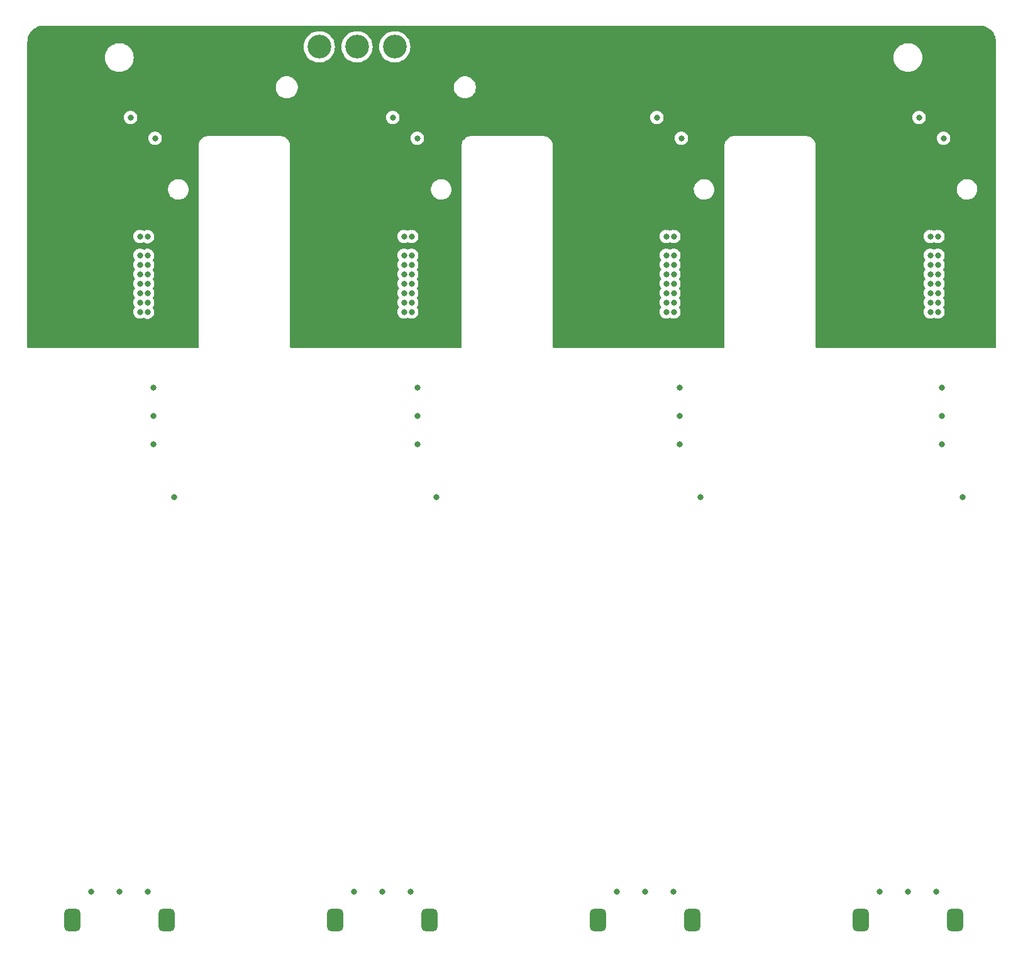
<source format=gbr>
%TF.GenerationSoftware,KiCad,Pcbnew,7.0.9*%
%TF.CreationDate,2024-03-30T19:36:49+01:00*%
%TF.ProjectId,8x-sata-backplane,38782d73-6174-4612-9d62-61636b706c61,rev?*%
%TF.SameCoordinates,Original*%
%TF.FileFunction,Copper,L3,Inr*%
%TF.FilePolarity,Positive*%
%FSLAX46Y46*%
G04 Gerber Fmt 4.6, Leading zero omitted, Abs format (unit mm)*
G04 Created by KiCad (PCBNEW 7.0.9) date 2024-03-30 19:36:49*
%MOMM*%
%LPD*%
G01*
G04 APERTURE LIST*
G04 Aperture macros list*
%AMRoundRect*
0 Rectangle with rounded corners*
0 $1 Rounding radius*
0 $2 $3 $4 $5 $6 $7 $8 $9 X,Y pos of 4 corners*
0 Add a 4 corners polygon primitive as box body*
4,1,4,$2,$3,$4,$5,$6,$7,$8,$9,$2,$3,0*
0 Add four circle primitives for the rounded corners*
1,1,$1+$1,$2,$3*
1,1,$1+$1,$4,$5*
1,1,$1+$1,$6,$7*
1,1,$1+$1,$8,$9*
0 Add four rect primitives between the rounded corners*
20,1,$1+$1,$2,$3,$4,$5,0*
20,1,$1+$1,$4,$5,$6,$7,0*
20,1,$1+$1,$6,$7,$8,$9,0*
20,1,$1+$1,$8,$9,$2,$3,0*%
G04 Aperture macros list end*
%TA.AperFunction,ComponentPad*%
%ADD10C,3.200000*%
%TD*%
%TA.AperFunction,ComponentPad*%
%ADD11RoundRect,0.550000X0.550000X0.950000X-0.550000X0.950000X-0.550000X-0.950000X0.550000X-0.950000X0*%
%TD*%
%TA.AperFunction,ViaPad*%
%ADD12C,0.800000*%
%TD*%
G04 APERTURE END LIST*
D10*
%TO.N,12V*%
%TO.C,J9*%
X79502000Y-26554000D03*
%TO.N,GND*%
X74422000Y-26554000D03*
X69342000Y-26554000D03*
%TO.N,5V*%
X64262000Y-26554000D03*
%TD*%
D11*
%TO.N,GND3*%
%TO.C,J6*%
X101768000Y-144038000D03*
X114508000Y-144038000D03*
%TD*%
%TO.N,GND2*%
%TO.C,J4*%
X66368000Y-144038000D03*
X79108000Y-144038000D03*
%TD*%
%TO.N,GND4*%
%TO.C,J8*%
X137168000Y-144058000D03*
X149908000Y-144058000D03*
%TD*%
%TO.N,GND1*%
%TO.C,J2*%
X30968000Y-144038000D03*
X43708000Y-144038000D03*
%TD*%
D12*
%TO.N,5V*%
X38862000Y-36068000D03*
X74168000Y-36068000D03*
X109728000Y-36068000D03*
X145034000Y-36068000D03*
%TO.N,GND*%
X148336000Y-38862000D03*
X113030000Y-38862000D03*
X77470000Y-38862000D03*
X42164000Y-38862000D03*
X40132000Y-54610000D03*
X110998000Y-62230000D03*
X76708000Y-52070000D03*
X75692000Y-52070000D03*
X147574000Y-59690000D03*
X112014000Y-52070000D03*
X40132000Y-60960000D03*
X110998000Y-59690000D03*
X110998000Y-60960000D03*
X76708000Y-60960000D03*
X76708000Y-59690000D03*
X40132000Y-59690000D03*
X146558000Y-52070000D03*
X112014000Y-62230000D03*
X76708000Y-62230000D03*
X75692000Y-59690000D03*
X110998000Y-54610000D03*
X112014000Y-59690000D03*
X147574000Y-52070000D03*
X146558000Y-54610000D03*
X40132000Y-62230000D03*
X41148000Y-60960000D03*
X41148000Y-52096000D03*
X112014000Y-60960000D03*
X147574000Y-60960000D03*
X146558000Y-60960000D03*
X76708000Y-54610000D03*
X146558000Y-62230000D03*
X147574000Y-54610000D03*
X41148000Y-59690000D03*
X75692000Y-62230000D03*
X146558000Y-59690000D03*
X147574000Y-62230000D03*
X75692000Y-54610000D03*
X75692000Y-60960000D03*
X40132000Y-52070000D03*
X110998000Y-52070000D03*
X41148000Y-54636000D03*
X41148000Y-62256000D03*
X112014000Y-54610000D03*
%TO.N,5V*%
X146558000Y-58420000D03*
X110998000Y-57150000D03*
X110998000Y-58420000D03*
X75692000Y-55880000D03*
X41148000Y-58420000D03*
X112014000Y-57150000D03*
X147574000Y-58420000D03*
X76708000Y-58420000D03*
X40132000Y-58420000D03*
X41148000Y-55880000D03*
X147574000Y-57150000D03*
X40132000Y-57150000D03*
X112014000Y-58420000D03*
X76708000Y-55880000D03*
X40132000Y-55880000D03*
X75692000Y-58420000D03*
X146558000Y-57150000D03*
X76708000Y-57150000D03*
X75692000Y-57150000D03*
X146558000Y-55880000D03*
X112014000Y-55880000D03*
X41148000Y-57176000D03*
X147574000Y-55880000D03*
X110998000Y-55880000D03*
%TO.N,12V*%
X147574000Y-48260000D03*
X41148000Y-49530000D03*
X75692000Y-50800000D03*
X147574000Y-50800000D03*
X112014000Y-49530000D03*
X110998000Y-50800000D03*
X40132000Y-49530000D03*
X147574000Y-49530000D03*
X110998000Y-48260000D03*
X110998000Y-49530000D03*
X75692000Y-48260000D03*
X41148000Y-50826000D03*
X76708000Y-48260000D03*
X76708000Y-50800000D03*
X75692000Y-49530000D03*
X146558000Y-50800000D03*
X112014000Y-50800000D03*
X112014000Y-48260000D03*
X40132000Y-48260000D03*
X76708000Y-49530000D03*
X146558000Y-48260000D03*
X146558000Y-49530000D03*
X41148000Y-48260000D03*
X40132000Y-50800000D03*
%TO.N,GND1*%
X37338000Y-140228000D03*
X33528000Y-140228000D03*
X44700500Y-87118500D03*
X41910000Y-72390000D03*
X41910000Y-76200000D03*
X41910000Y-80010000D03*
X41148000Y-140228000D03*
%TO.N,GND2*%
X72738000Y-140228000D03*
X76548000Y-140228000D03*
X77470000Y-72390000D03*
X68928000Y-140228000D03*
X77470000Y-80010000D03*
X80010000Y-87122000D03*
X77470000Y-76200000D03*
%TO.N,GND3*%
X112776000Y-76200000D03*
X104328000Y-140228000D03*
X112776000Y-72390000D03*
X108138000Y-140228000D03*
X111948000Y-140228000D03*
X112776000Y-80010000D03*
X115570000Y-87122000D03*
%TO.N,GND4*%
X148082000Y-80010000D03*
X150876000Y-87122000D03*
X148082000Y-72390000D03*
X143538000Y-140228000D03*
X139728000Y-140228000D03*
X147348000Y-140228000D03*
X148082000Y-76200000D03*
%TD*%
%TA.AperFunction,Conductor*%
%TO.N,12V*%
G36*
X153240788Y-23700613D02*
G01*
X153279656Y-23702964D01*
X153463384Y-23714077D01*
X153470816Y-23714981D01*
X153479307Y-23716537D01*
X153724704Y-23761506D01*
X153731953Y-23763294D01*
X153978382Y-23840084D01*
X153985375Y-23842737D01*
X154220747Y-23948668D01*
X154227374Y-23952145D01*
X154448262Y-24085675D01*
X154454419Y-24089925D01*
X154657593Y-24249101D01*
X154663202Y-24254070D01*
X154845711Y-24436576D01*
X154850680Y-24442185D01*
X155009855Y-24645354D01*
X155014112Y-24651521D01*
X155147638Y-24872396D01*
X155151120Y-24879031D01*
X155257049Y-25114388D01*
X155259706Y-25121395D01*
X155336495Y-25367806D01*
X155338288Y-25375082D01*
X155384816Y-25628957D01*
X155385719Y-25636396D01*
X155401387Y-25895359D01*
X155401500Y-25899104D01*
X155401500Y-66932000D01*
X155381815Y-66999039D01*
X155329011Y-67044794D01*
X155277500Y-67056000D01*
X131224500Y-67056000D01*
X131157461Y-67036315D01*
X131111706Y-66983511D01*
X131100500Y-66932000D01*
X131100500Y-62230000D01*
X145652540Y-62230000D01*
X145672326Y-62418256D01*
X145672327Y-62418259D01*
X145730818Y-62598277D01*
X145730821Y-62598284D01*
X145825467Y-62762216D01*
X145848876Y-62788214D01*
X145952129Y-62902888D01*
X146105265Y-63014148D01*
X146105270Y-63014151D01*
X146278192Y-63091142D01*
X146278197Y-63091144D01*
X146463354Y-63130500D01*
X146463355Y-63130500D01*
X146652644Y-63130500D01*
X146652646Y-63130500D01*
X146837803Y-63091144D01*
X147010730Y-63014151D01*
X147010734Y-63014148D01*
X147015563Y-63011998D01*
X147084813Y-63002712D01*
X147116437Y-63011998D01*
X147121265Y-63014148D01*
X147121270Y-63014151D01*
X147294197Y-63091144D01*
X147479354Y-63130500D01*
X147479355Y-63130500D01*
X147668644Y-63130500D01*
X147668646Y-63130500D01*
X147853803Y-63091144D01*
X148026730Y-63014151D01*
X148179871Y-62902888D01*
X148306533Y-62762216D01*
X148401179Y-62598284D01*
X148459674Y-62418256D01*
X148479460Y-62230000D01*
X148459674Y-62041744D01*
X148401179Y-61861716D01*
X148306533Y-61697784D01*
X148288693Y-61677971D01*
X148258464Y-61614981D01*
X148267089Y-61545646D01*
X148288694Y-61512028D01*
X148306533Y-61492216D01*
X148401179Y-61328284D01*
X148459674Y-61148256D01*
X148479460Y-60960000D01*
X148459674Y-60771744D01*
X148401179Y-60591716D01*
X148306533Y-60427784D01*
X148288693Y-60407971D01*
X148258464Y-60344981D01*
X148267089Y-60275646D01*
X148288694Y-60242028D01*
X148306533Y-60222216D01*
X148401179Y-60058284D01*
X148459674Y-59878256D01*
X148479460Y-59690000D01*
X148459674Y-59501744D01*
X148401179Y-59321716D01*
X148306533Y-59157784D01*
X148288693Y-59137971D01*
X148258464Y-59074981D01*
X148267089Y-59005646D01*
X148288694Y-58972028D01*
X148306533Y-58952216D01*
X148401179Y-58788284D01*
X148459674Y-58608256D01*
X148479460Y-58420000D01*
X148459674Y-58231744D01*
X148401179Y-58051716D01*
X148306533Y-57887784D01*
X148288693Y-57867971D01*
X148258464Y-57804981D01*
X148267089Y-57735646D01*
X148288694Y-57702028D01*
X148306533Y-57682216D01*
X148401179Y-57518284D01*
X148459674Y-57338256D01*
X148479460Y-57150000D01*
X148459674Y-56961744D01*
X148401179Y-56781716D01*
X148306533Y-56617784D01*
X148288693Y-56597971D01*
X148258464Y-56534981D01*
X148267089Y-56465646D01*
X148288694Y-56432028D01*
X148306533Y-56412216D01*
X148401179Y-56248284D01*
X148459674Y-56068256D01*
X148479460Y-55880000D01*
X148459674Y-55691744D01*
X148401179Y-55511716D01*
X148306533Y-55347784D01*
X148288693Y-55327971D01*
X148258464Y-55264981D01*
X148267089Y-55195646D01*
X148288694Y-55162028D01*
X148306533Y-55142216D01*
X148401179Y-54978284D01*
X148459674Y-54798256D01*
X148479460Y-54610000D01*
X148459674Y-54421744D01*
X148401179Y-54241716D01*
X148306533Y-54077784D01*
X148179871Y-53937112D01*
X148179870Y-53937111D01*
X148026734Y-53825851D01*
X148026729Y-53825848D01*
X147853807Y-53748857D01*
X147853802Y-53748855D01*
X147708001Y-53717865D01*
X147668646Y-53709500D01*
X147479354Y-53709500D01*
X147446897Y-53716398D01*
X147294197Y-53748855D01*
X147294192Y-53748857D01*
X147116436Y-53828001D01*
X147047186Y-53837286D01*
X147015564Y-53828001D01*
X146837807Y-53748857D01*
X146837802Y-53748855D01*
X146692001Y-53717865D01*
X146652646Y-53709500D01*
X146463354Y-53709500D01*
X146430897Y-53716398D01*
X146278197Y-53748855D01*
X146278192Y-53748857D01*
X146105270Y-53825848D01*
X146105265Y-53825851D01*
X145952129Y-53937111D01*
X145825466Y-54077785D01*
X145730821Y-54241715D01*
X145730818Y-54241722D01*
X145672327Y-54421740D01*
X145672326Y-54421744D01*
X145652540Y-54610000D01*
X145672326Y-54798256D01*
X145672327Y-54798259D01*
X145730818Y-54978277D01*
X145730821Y-54978284D01*
X145825467Y-55142216D01*
X145835806Y-55153699D01*
X145843307Y-55162030D01*
X145873535Y-55225022D01*
X145864909Y-55294357D01*
X145843307Y-55327970D01*
X145825466Y-55347785D01*
X145730821Y-55511715D01*
X145730818Y-55511722D01*
X145672327Y-55691740D01*
X145672326Y-55691744D01*
X145652540Y-55880000D01*
X145672326Y-56068256D01*
X145672327Y-56068259D01*
X145730818Y-56248277D01*
X145730821Y-56248284D01*
X145825467Y-56412216D01*
X145835806Y-56423699D01*
X145843307Y-56432030D01*
X145873535Y-56495022D01*
X145864909Y-56564357D01*
X145843307Y-56597970D01*
X145825466Y-56617785D01*
X145730821Y-56781715D01*
X145730818Y-56781722D01*
X145672327Y-56961740D01*
X145672326Y-56961744D01*
X145652540Y-57150000D01*
X145672326Y-57338256D01*
X145672327Y-57338259D01*
X145730818Y-57518277D01*
X145730821Y-57518284D01*
X145825467Y-57682216D01*
X145835806Y-57693699D01*
X145843307Y-57702030D01*
X145873535Y-57765022D01*
X145864909Y-57834357D01*
X145843307Y-57867970D01*
X145825466Y-57887785D01*
X145730821Y-58051715D01*
X145730818Y-58051722D01*
X145672327Y-58231740D01*
X145672326Y-58231744D01*
X145652540Y-58420000D01*
X145672326Y-58608256D01*
X145672327Y-58608259D01*
X145730818Y-58788277D01*
X145730821Y-58788284D01*
X145825467Y-58952216D01*
X145835806Y-58963699D01*
X145843307Y-58972030D01*
X145873535Y-59035022D01*
X145864909Y-59104357D01*
X145843307Y-59137970D01*
X145825466Y-59157785D01*
X145730821Y-59321715D01*
X145730818Y-59321722D01*
X145672327Y-59501740D01*
X145672326Y-59501744D01*
X145652540Y-59690000D01*
X145672326Y-59878256D01*
X145672327Y-59878259D01*
X145730818Y-60058277D01*
X145730821Y-60058284D01*
X145825467Y-60222216D01*
X145835806Y-60233699D01*
X145843307Y-60242030D01*
X145873535Y-60305022D01*
X145864909Y-60374357D01*
X145843307Y-60407970D01*
X145825466Y-60427785D01*
X145730821Y-60591715D01*
X145730818Y-60591722D01*
X145672327Y-60771740D01*
X145672326Y-60771744D01*
X145652540Y-60960000D01*
X145672326Y-61148256D01*
X145672327Y-61148259D01*
X145730818Y-61328277D01*
X145730821Y-61328284D01*
X145825467Y-61492216D01*
X145835806Y-61503699D01*
X145843307Y-61512030D01*
X145873535Y-61575022D01*
X145864909Y-61644357D01*
X145843307Y-61677970D01*
X145825466Y-61697785D01*
X145730821Y-61861715D01*
X145730818Y-61861722D01*
X145672327Y-62041740D01*
X145672326Y-62041744D01*
X145652540Y-62230000D01*
X131100500Y-62230000D01*
X131100500Y-52070000D01*
X145652540Y-52070000D01*
X145672326Y-52258256D01*
X145672327Y-52258259D01*
X145730818Y-52438277D01*
X145730821Y-52438284D01*
X145825467Y-52602216D01*
X145848876Y-52628214D01*
X145952129Y-52742888D01*
X146105265Y-52854148D01*
X146105270Y-52854151D01*
X146278192Y-52931142D01*
X146278197Y-52931144D01*
X146463354Y-52970500D01*
X146463355Y-52970500D01*
X146652644Y-52970500D01*
X146652646Y-52970500D01*
X146837803Y-52931144D01*
X147010730Y-52854151D01*
X147010734Y-52854148D01*
X147015563Y-52851998D01*
X147084813Y-52842712D01*
X147116437Y-52851998D01*
X147121265Y-52854148D01*
X147121270Y-52854151D01*
X147294197Y-52931144D01*
X147479354Y-52970500D01*
X147479355Y-52970500D01*
X147668644Y-52970500D01*
X147668646Y-52970500D01*
X147853803Y-52931144D01*
X148026730Y-52854151D01*
X148179871Y-52742888D01*
X148306533Y-52602216D01*
X148401179Y-52438284D01*
X148459674Y-52258256D01*
X148479460Y-52070000D01*
X148459674Y-51881744D01*
X148401179Y-51701716D01*
X148306533Y-51537784D01*
X148179871Y-51397112D01*
X148179870Y-51397111D01*
X148026734Y-51285851D01*
X148026729Y-51285848D01*
X147853807Y-51208857D01*
X147853802Y-51208855D01*
X147708001Y-51177865D01*
X147668646Y-51169500D01*
X147479354Y-51169500D01*
X147446897Y-51176398D01*
X147294197Y-51208855D01*
X147294192Y-51208857D01*
X147116436Y-51288001D01*
X147047186Y-51297286D01*
X147015564Y-51288001D01*
X146837807Y-51208857D01*
X146837802Y-51208855D01*
X146692001Y-51177865D01*
X146652646Y-51169500D01*
X146463354Y-51169500D01*
X146430897Y-51176398D01*
X146278197Y-51208855D01*
X146278192Y-51208857D01*
X146105270Y-51285848D01*
X146105265Y-51285851D01*
X145952129Y-51397111D01*
X145825466Y-51537785D01*
X145730821Y-51701715D01*
X145730818Y-51701722D01*
X145672327Y-51881740D01*
X145672326Y-51881744D01*
X145652540Y-52070000D01*
X131100500Y-52070000D01*
X131100500Y-45676198D01*
X150098757Y-45676198D01*
X150108730Y-45910976D01*
X150108730Y-45910982D01*
X150133711Y-46026890D01*
X150158240Y-46140703D01*
X150245859Y-46358753D01*
X150309077Y-46461425D01*
X150369070Y-46558860D01*
X150524325Y-46735264D01*
X150524329Y-46735268D01*
X150707153Y-46882888D01*
X150707157Y-46882891D01*
X150707160Y-46882893D01*
X150912315Y-46997499D01*
X151133887Y-47075785D01*
X151263131Y-47097946D01*
X151365493Y-47115499D01*
X151365502Y-47115500D01*
X151541645Y-47115500D01*
X151717144Y-47100563D01*
X151717147Y-47100562D01*
X151717149Y-47100562D01*
X151944562Y-47041348D01*
X152075386Y-46982211D01*
X152158691Y-46944556D01*
X152158692Y-46944554D01*
X152158697Y-46944553D01*
X152353393Y-46812962D01*
X152523050Y-46650359D01*
X152662786Y-46461423D01*
X152768582Y-46251589D01*
X152837394Y-46026894D01*
X152867243Y-45793802D01*
X152857269Y-45559018D01*
X152807760Y-45329297D01*
X152720141Y-45111247D01*
X152596931Y-44911141D01*
X152441675Y-44734736D01*
X152441674Y-44734735D01*
X152441670Y-44734731D01*
X152258846Y-44587111D01*
X152258840Y-44587107D01*
X152053684Y-44472500D01*
X151832120Y-44394217D01*
X151832115Y-44394215D01*
X151832113Y-44394215D01*
X151832109Y-44394214D01*
X151832108Y-44394214D01*
X151600506Y-44354500D01*
X151600498Y-44354500D01*
X151424360Y-44354500D01*
X151424355Y-44354500D01*
X151248855Y-44369436D01*
X151021438Y-44428651D01*
X150807308Y-44525443D01*
X150807300Y-44525448D01*
X150612616Y-44657030D01*
X150612607Y-44657038D01*
X150442949Y-44819642D01*
X150303216Y-45008574D01*
X150303213Y-45008578D01*
X150197418Y-45218409D01*
X150128605Y-45443109D01*
X150098757Y-45676198D01*
X131100500Y-45676198D01*
X131100500Y-39759648D01*
X131068477Y-39557465D01*
X131005218Y-39362776D01*
X130937709Y-39230284D01*
X130912287Y-39180390D01*
X130899289Y-39162500D01*
X130791971Y-39014786D01*
X130647213Y-38870028D01*
X130636163Y-38862000D01*
X147430540Y-38862000D01*
X147450326Y-39050256D01*
X147450327Y-39050259D01*
X147508818Y-39230277D01*
X147508821Y-39230284D01*
X147603467Y-39394216D01*
X147674746Y-39473379D01*
X147730129Y-39534888D01*
X147883265Y-39646148D01*
X147883270Y-39646151D01*
X148056192Y-39723142D01*
X148056197Y-39723144D01*
X148241354Y-39762500D01*
X148241355Y-39762500D01*
X148430644Y-39762500D01*
X148430646Y-39762500D01*
X148615803Y-39723144D01*
X148788730Y-39646151D01*
X148941871Y-39534888D01*
X149068533Y-39394216D01*
X149163179Y-39230284D01*
X149221674Y-39050256D01*
X149241460Y-38862000D01*
X149221674Y-38673744D01*
X149163179Y-38493716D01*
X149068533Y-38329784D01*
X148941871Y-38189112D01*
X148941870Y-38189111D01*
X148788734Y-38077851D01*
X148788729Y-38077848D01*
X148615807Y-38000857D01*
X148615802Y-38000855D01*
X148470001Y-37969865D01*
X148430646Y-37961500D01*
X148241354Y-37961500D01*
X148208897Y-37968398D01*
X148056197Y-38000855D01*
X148056192Y-38000857D01*
X147883270Y-38077848D01*
X147883265Y-38077851D01*
X147730129Y-38189111D01*
X147603466Y-38329785D01*
X147508821Y-38493715D01*
X147508818Y-38493722D01*
X147450327Y-38673740D01*
X147450326Y-38673744D01*
X147430540Y-38862000D01*
X130636163Y-38862000D01*
X130481613Y-38749715D01*
X130481612Y-38749714D01*
X130481610Y-38749713D01*
X130424653Y-38720691D01*
X130299223Y-38656781D01*
X130104534Y-38593522D01*
X129929995Y-38565878D01*
X129902352Y-38561500D01*
X129856173Y-38561500D01*
X120181595Y-38561500D01*
X120134000Y-38561500D01*
X120031648Y-38561500D01*
X120007329Y-38565351D01*
X119829465Y-38593522D01*
X119634776Y-38656781D01*
X119452386Y-38749715D01*
X119286786Y-38870028D01*
X119142028Y-39014786D01*
X119021715Y-39180386D01*
X118928781Y-39362776D01*
X118865522Y-39557465D01*
X118833500Y-39759648D01*
X118833500Y-66932000D01*
X118813815Y-66999039D01*
X118761011Y-67044794D01*
X118709500Y-67056000D01*
X95824500Y-67056000D01*
X95757461Y-67036315D01*
X95711706Y-66983511D01*
X95700500Y-66932000D01*
X95700500Y-62230000D01*
X110092540Y-62230000D01*
X110112326Y-62418256D01*
X110112327Y-62418259D01*
X110170818Y-62598277D01*
X110170821Y-62598284D01*
X110265467Y-62762216D01*
X110288876Y-62788214D01*
X110392129Y-62902888D01*
X110545265Y-63014148D01*
X110545270Y-63014151D01*
X110718192Y-63091142D01*
X110718197Y-63091144D01*
X110903354Y-63130500D01*
X110903355Y-63130500D01*
X111092644Y-63130500D01*
X111092646Y-63130500D01*
X111277803Y-63091144D01*
X111450730Y-63014151D01*
X111450734Y-63014148D01*
X111455563Y-63011998D01*
X111524813Y-63002712D01*
X111556437Y-63011998D01*
X111561265Y-63014148D01*
X111561270Y-63014151D01*
X111734197Y-63091144D01*
X111919354Y-63130500D01*
X111919355Y-63130500D01*
X112108644Y-63130500D01*
X112108646Y-63130500D01*
X112293803Y-63091144D01*
X112466730Y-63014151D01*
X112619871Y-62902888D01*
X112746533Y-62762216D01*
X112841179Y-62598284D01*
X112899674Y-62418256D01*
X112919460Y-62230000D01*
X112899674Y-62041744D01*
X112841179Y-61861716D01*
X112746533Y-61697784D01*
X112728693Y-61677971D01*
X112698464Y-61614981D01*
X112707089Y-61545646D01*
X112728694Y-61512028D01*
X112746533Y-61492216D01*
X112841179Y-61328284D01*
X112899674Y-61148256D01*
X112919460Y-60960000D01*
X112899674Y-60771744D01*
X112841179Y-60591716D01*
X112746533Y-60427784D01*
X112728693Y-60407971D01*
X112698464Y-60344981D01*
X112707089Y-60275646D01*
X112728694Y-60242028D01*
X112746533Y-60222216D01*
X112841179Y-60058284D01*
X112899674Y-59878256D01*
X112919460Y-59690000D01*
X112899674Y-59501744D01*
X112841179Y-59321716D01*
X112746533Y-59157784D01*
X112728693Y-59137971D01*
X112698464Y-59074981D01*
X112707089Y-59005646D01*
X112728694Y-58972028D01*
X112746533Y-58952216D01*
X112841179Y-58788284D01*
X112899674Y-58608256D01*
X112919460Y-58420000D01*
X112899674Y-58231744D01*
X112841179Y-58051716D01*
X112746533Y-57887784D01*
X112728693Y-57867971D01*
X112698464Y-57804981D01*
X112707089Y-57735646D01*
X112728694Y-57702028D01*
X112746533Y-57682216D01*
X112841179Y-57518284D01*
X112899674Y-57338256D01*
X112919460Y-57150000D01*
X112899674Y-56961744D01*
X112841179Y-56781716D01*
X112746533Y-56617784D01*
X112728693Y-56597971D01*
X112698464Y-56534981D01*
X112707089Y-56465646D01*
X112728694Y-56432028D01*
X112746533Y-56412216D01*
X112841179Y-56248284D01*
X112899674Y-56068256D01*
X112919460Y-55880000D01*
X112899674Y-55691744D01*
X112841179Y-55511716D01*
X112746533Y-55347784D01*
X112728693Y-55327971D01*
X112698464Y-55264981D01*
X112707089Y-55195646D01*
X112728694Y-55162028D01*
X112746533Y-55142216D01*
X112841179Y-54978284D01*
X112899674Y-54798256D01*
X112919460Y-54610000D01*
X112899674Y-54421744D01*
X112841179Y-54241716D01*
X112746533Y-54077784D01*
X112619871Y-53937112D01*
X112619870Y-53937111D01*
X112466734Y-53825851D01*
X112466729Y-53825848D01*
X112293807Y-53748857D01*
X112293802Y-53748855D01*
X112148001Y-53717865D01*
X112108646Y-53709500D01*
X111919354Y-53709500D01*
X111886897Y-53716398D01*
X111734197Y-53748855D01*
X111734192Y-53748857D01*
X111556436Y-53828001D01*
X111487186Y-53837286D01*
X111455564Y-53828001D01*
X111277807Y-53748857D01*
X111277802Y-53748855D01*
X111132001Y-53717865D01*
X111092646Y-53709500D01*
X110903354Y-53709500D01*
X110870897Y-53716398D01*
X110718197Y-53748855D01*
X110718192Y-53748857D01*
X110545270Y-53825848D01*
X110545265Y-53825851D01*
X110392129Y-53937111D01*
X110265466Y-54077785D01*
X110170821Y-54241715D01*
X110170818Y-54241722D01*
X110112327Y-54421740D01*
X110112326Y-54421744D01*
X110092540Y-54610000D01*
X110112326Y-54798256D01*
X110112327Y-54798259D01*
X110170818Y-54978277D01*
X110170821Y-54978284D01*
X110265467Y-55142216D01*
X110275806Y-55153699D01*
X110283307Y-55162030D01*
X110313535Y-55225022D01*
X110304909Y-55294357D01*
X110283307Y-55327970D01*
X110265466Y-55347785D01*
X110170821Y-55511715D01*
X110170818Y-55511722D01*
X110112327Y-55691740D01*
X110112326Y-55691744D01*
X110092540Y-55880000D01*
X110112326Y-56068256D01*
X110112327Y-56068259D01*
X110170818Y-56248277D01*
X110170821Y-56248284D01*
X110265467Y-56412216D01*
X110275806Y-56423699D01*
X110283307Y-56432030D01*
X110313535Y-56495022D01*
X110304909Y-56564357D01*
X110283307Y-56597970D01*
X110265466Y-56617785D01*
X110170821Y-56781715D01*
X110170818Y-56781722D01*
X110112327Y-56961740D01*
X110112326Y-56961744D01*
X110092540Y-57150000D01*
X110112326Y-57338256D01*
X110112327Y-57338259D01*
X110170818Y-57518277D01*
X110170821Y-57518284D01*
X110265467Y-57682216D01*
X110275806Y-57693699D01*
X110283307Y-57702030D01*
X110313535Y-57765022D01*
X110304909Y-57834357D01*
X110283307Y-57867970D01*
X110265466Y-57887785D01*
X110170821Y-58051715D01*
X110170818Y-58051722D01*
X110112327Y-58231740D01*
X110112326Y-58231744D01*
X110092540Y-58420000D01*
X110112326Y-58608256D01*
X110112327Y-58608259D01*
X110170818Y-58788277D01*
X110170821Y-58788284D01*
X110265467Y-58952216D01*
X110275806Y-58963699D01*
X110283307Y-58972030D01*
X110313535Y-59035022D01*
X110304909Y-59104357D01*
X110283307Y-59137970D01*
X110265466Y-59157785D01*
X110170821Y-59321715D01*
X110170818Y-59321722D01*
X110112327Y-59501740D01*
X110112326Y-59501744D01*
X110092540Y-59690000D01*
X110112326Y-59878256D01*
X110112327Y-59878259D01*
X110170818Y-60058277D01*
X110170821Y-60058284D01*
X110265467Y-60222216D01*
X110275806Y-60233699D01*
X110283307Y-60242030D01*
X110313535Y-60305022D01*
X110304909Y-60374357D01*
X110283307Y-60407970D01*
X110265466Y-60427785D01*
X110170821Y-60591715D01*
X110170818Y-60591722D01*
X110112327Y-60771740D01*
X110112326Y-60771744D01*
X110092540Y-60960000D01*
X110112326Y-61148256D01*
X110112327Y-61148259D01*
X110170818Y-61328277D01*
X110170821Y-61328284D01*
X110265467Y-61492216D01*
X110275806Y-61503699D01*
X110283307Y-61512030D01*
X110313535Y-61575022D01*
X110304909Y-61644357D01*
X110283307Y-61677970D01*
X110265466Y-61697785D01*
X110170821Y-61861715D01*
X110170818Y-61861722D01*
X110112327Y-62041740D01*
X110112326Y-62041744D01*
X110092540Y-62230000D01*
X95700500Y-62230000D01*
X95700500Y-52070000D01*
X110092540Y-52070000D01*
X110112326Y-52258256D01*
X110112327Y-52258259D01*
X110170818Y-52438277D01*
X110170821Y-52438284D01*
X110265467Y-52602216D01*
X110288876Y-52628214D01*
X110392129Y-52742888D01*
X110545265Y-52854148D01*
X110545270Y-52854151D01*
X110718192Y-52931142D01*
X110718197Y-52931144D01*
X110903354Y-52970500D01*
X110903355Y-52970500D01*
X111092644Y-52970500D01*
X111092646Y-52970500D01*
X111277803Y-52931144D01*
X111450730Y-52854151D01*
X111450734Y-52854148D01*
X111455563Y-52851998D01*
X111524813Y-52842712D01*
X111556437Y-52851998D01*
X111561265Y-52854148D01*
X111561270Y-52854151D01*
X111734197Y-52931144D01*
X111919354Y-52970500D01*
X111919355Y-52970500D01*
X112108644Y-52970500D01*
X112108646Y-52970500D01*
X112293803Y-52931144D01*
X112466730Y-52854151D01*
X112619871Y-52742888D01*
X112746533Y-52602216D01*
X112841179Y-52438284D01*
X112899674Y-52258256D01*
X112919460Y-52070000D01*
X112899674Y-51881744D01*
X112841179Y-51701716D01*
X112746533Y-51537784D01*
X112619871Y-51397112D01*
X112619870Y-51397111D01*
X112466734Y-51285851D01*
X112466729Y-51285848D01*
X112293807Y-51208857D01*
X112293802Y-51208855D01*
X112148001Y-51177865D01*
X112108646Y-51169500D01*
X111919354Y-51169500D01*
X111886897Y-51176398D01*
X111734197Y-51208855D01*
X111734192Y-51208857D01*
X111556436Y-51288001D01*
X111487186Y-51297286D01*
X111455564Y-51288001D01*
X111277807Y-51208857D01*
X111277802Y-51208855D01*
X111132001Y-51177865D01*
X111092646Y-51169500D01*
X110903354Y-51169500D01*
X110870897Y-51176398D01*
X110718197Y-51208855D01*
X110718192Y-51208857D01*
X110545270Y-51285848D01*
X110545265Y-51285851D01*
X110392129Y-51397111D01*
X110265466Y-51537785D01*
X110170821Y-51701715D01*
X110170818Y-51701722D01*
X110112327Y-51881740D01*
X110112326Y-51881744D01*
X110092540Y-52070000D01*
X95700500Y-52070000D01*
X95700500Y-45676198D01*
X114698757Y-45676198D01*
X114708730Y-45910976D01*
X114708730Y-45910982D01*
X114733711Y-46026890D01*
X114758240Y-46140703D01*
X114845859Y-46358753D01*
X114909077Y-46461425D01*
X114969070Y-46558860D01*
X115124325Y-46735264D01*
X115124329Y-46735268D01*
X115307153Y-46882888D01*
X115307157Y-46882891D01*
X115307160Y-46882893D01*
X115512315Y-46997499D01*
X115733887Y-47075785D01*
X115863131Y-47097946D01*
X115965493Y-47115499D01*
X115965502Y-47115500D01*
X116141645Y-47115500D01*
X116317144Y-47100563D01*
X116317147Y-47100562D01*
X116317149Y-47100562D01*
X116544562Y-47041348D01*
X116675386Y-46982211D01*
X116758691Y-46944556D01*
X116758692Y-46944554D01*
X116758697Y-46944553D01*
X116953393Y-46812962D01*
X117123050Y-46650359D01*
X117262786Y-46461423D01*
X117368582Y-46251589D01*
X117437394Y-46026894D01*
X117467243Y-45793802D01*
X117457269Y-45559018D01*
X117407760Y-45329297D01*
X117320141Y-45111247D01*
X117196931Y-44911141D01*
X117041675Y-44734736D01*
X117041674Y-44734735D01*
X117041670Y-44734731D01*
X116858846Y-44587111D01*
X116858840Y-44587107D01*
X116653684Y-44472500D01*
X116432120Y-44394217D01*
X116432115Y-44394215D01*
X116432113Y-44394215D01*
X116432109Y-44394214D01*
X116432108Y-44394214D01*
X116200506Y-44354500D01*
X116200498Y-44354500D01*
X116024360Y-44354500D01*
X116024355Y-44354500D01*
X115848855Y-44369436D01*
X115621438Y-44428651D01*
X115407308Y-44525443D01*
X115407300Y-44525448D01*
X115212616Y-44657030D01*
X115212607Y-44657038D01*
X115042949Y-44819642D01*
X114903216Y-45008574D01*
X114903213Y-45008578D01*
X114797418Y-45218409D01*
X114728605Y-45443109D01*
X114698757Y-45676198D01*
X95700500Y-45676198D01*
X95700500Y-39759648D01*
X95668477Y-39557465D01*
X95605218Y-39362776D01*
X95537709Y-39230284D01*
X95512287Y-39180390D01*
X95499289Y-39162500D01*
X95391971Y-39014786D01*
X95247213Y-38870028D01*
X95236163Y-38862000D01*
X112124540Y-38862000D01*
X112144326Y-39050256D01*
X112144327Y-39050259D01*
X112202818Y-39230277D01*
X112202821Y-39230284D01*
X112297467Y-39394216D01*
X112368746Y-39473379D01*
X112424129Y-39534888D01*
X112577265Y-39646148D01*
X112577270Y-39646151D01*
X112750192Y-39723142D01*
X112750197Y-39723144D01*
X112935354Y-39762500D01*
X112935355Y-39762500D01*
X113124644Y-39762500D01*
X113124646Y-39762500D01*
X113309803Y-39723144D01*
X113482730Y-39646151D01*
X113635871Y-39534888D01*
X113762533Y-39394216D01*
X113857179Y-39230284D01*
X113915674Y-39050256D01*
X113935460Y-38862000D01*
X113915674Y-38673744D01*
X113857179Y-38493716D01*
X113762533Y-38329784D01*
X113635871Y-38189112D01*
X113635870Y-38189111D01*
X113482734Y-38077851D01*
X113482729Y-38077848D01*
X113309807Y-38000857D01*
X113309802Y-38000855D01*
X113164001Y-37969865D01*
X113124646Y-37961500D01*
X112935354Y-37961500D01*
X112902897Y-37968398D01*
X112750197Y-38000855D01*
X112750192Y-38000857D01*
X112577270Y-38077848D01*
X112577265Y-38077851D01*
X112424129Y-38189111D01*
X112297466Y-38329785D01*
X112202821Y-38493715D01*
X112202818Y-38493722D01*
X112144327Y-38673740D01*
X112144326Y-38673744D01*
X112124540Y-38862000D01*
X95236163Y-38862000D01*
X95081613Y-38749715D01*
X95081612Y-38749714D01*
X95081610Y-38749713D01*
X95024653Y-38720691D01*
X94899223Y-38656781D01*
X94704534Y-38593522D01*
X94529995Y-38565878D01*
X94502352Y-38561500D01*
X94456173Y-38561500D01*
X84781595Y-38561500D01*
X84734000Y-38561500D01*
X84631648Y-38561500D01*
X84607329Y-38565351D01*
X84429465Y-38593522D01*
X84234776Y-38656781D01*
X84052386Y-38749715D01*
X83886786Y-38870028D01*
X83742028Y-39014786D01*
X83621715Y-39180386D01*
X83528781Y-39362776D01*
X83465522Y-39557465D01*
X83433500Y-39759648D01*
X83433500Y-66932000D01*
X83413815Y-66999039D01*
X83361011Y-67044794D01*
X83309500Y-67056000D01*
X60424500Y-67056000D01*
X60357461Y-67036315D01*
X60311706Y-66983511D01*
X60300500Y-66932000D01*
X60300500Y-62230000D01*
X74786540Y-62230000D01*
X74806326Y-62418256D01*
X74806327Y-62418259D01*
X74864818Y-62598277D01*
X74864821Y-62598284D01*
X74959467Y-62762216D01*
X74982876Y-62788214D01*
X75086129Y-62902888D01*
X75239265Y-63014148D01*
X75239270Y-63014151D01*
X75412192Y-63091142D01*
X75412197Y-63091144D01*
X75597354Y-63130500D01*
X75597355Y-63130500D01*
X75786644Y-63130500D01*
X75786646Y-63130500D01*
X75971803Y-63091144D01*
X76144730Y-63014151D01*
X76144734Y-63014148D01*
X76149563Y-63011998D01*
X76218813Y-63002712D01*
X76250437Y-63011998D01*
X76255265Y-63014148D01*
X76255270Y-63014151D01*
X76428197Y-63091144D01*
X76613354Y-63130500D01*
X76613355Y-63130500D01*
X76802644Y-63130500D01*
X76802646Y-63130500D01*
X76987803Y-63091144D01*
X77160730Y-63014151D01*
X77313871Y-62902888D01*
X77440533Y-62762216D01*
X77535179Y-62598284D01*
X77593674Y-62418256D01*
X77613460Y-62230000D01*
X77593674Y-62041744D01*
X77535179Y-61861716D01*
X77440533Y-61697784D01*
X77422693Y-61677971D01*
X77392464Y-61614981D01*
X77401089Y-61545646D01*
X77422694Y-61512028D01*
X77440533Y-61492216D01*
X77535179Y-61328284D01*
X77593674Y-61148256D01*
X77613460Y-60960000D01*
X77593674Y-60771744D01*
X77535179Y-60591716D01*
X77440533Y-60427784D01*
X77422693Y-60407971D01*
X77392464Y-60344981D01*
X77401089Y-60275646D01*
X77422694Y-60242028D01*
X77440533Y-60222216D01*
X77535179Y-60058284D01*
X77593674Y-59878256D01*
X77613460Y-59690000D01*
X77593674Y-59501744D01*
X77535179Y-59321716D01*
X77440533Y-59157784D01*
X77422693Y-59137971D01*
X77392464Y-59074981D01*
X77401089Y-59005646D01*
X77422694Y-58972028D01*
X77440533Y-58952216D01*
X77535179Y-58788284D01*
X77593674Y-58608256D01*
X77613460Y-58420000D01*
X77593674Y-58231744D01*
X77535179Y-58051716D01*
X77440533Y-57887784D01*
X77422693Y-57867971D01*
X77392464Y-57804981D01*
X77401089Y-57735646D01*
X77422694Y-57702028D01*
X77440533Y-57682216D01*
X77535179Y-57518284D01*
X77593674Y-57338256D01*
X77613460Y-57150000D01*
X77593674Y-56961744D01*
X77535179Y-56781716D01*
X77440533Y-56617784D01*
X77422693Y-56597971D01*
X77392464Y-56534981D01*
X77401089Y-56465646D01*
X77422694Y-56432028D01*
X77440533Y-56412216D01*
X77535179Y-56248284D01*
X77593674Y-56068256D01*
X77613460Y-55880000D01*
X77593674Y-55691744D01*
X77535179Y-55511716D01*
X77440533Y-55347784D01*
X77422693Y-55327971D01*
X77392464Y-55264981D01*
X77401089Y-55195646D01*
X77422694Y-55162028D01*
X77440533Y-55142216D01*
X77535179Y-54978284D01*
X77593674Y-54798256D01*
X77613460Y-54610000D01*
X77593674Y-54421744D01*
X77535179Y-54241716D01*
X77440533Y-54077784D01*
X77313871Y-53937112D01*
X77313870Y-53937111D01*
X77160734Y-53825851D01*
X77160729Y-53825848D01*
X76987807Y-53748857D01*
X76987802Y-53748855D01*
X76842001Y-53717865D01*
X76802646Y-53709500D01*
X76613354Y-53709500D01*
X76580897Y-53716398D01*
X76428197Y-53748855D01*
X76428192Y-53748857D01*
X76250436Y-53828001D01*
X76181186Y-53837286D01*
X76149564Y-53828001D01*
X75971807Y-53748857D01*
X75971802Y-53748855D01*
X75826001Y-53717865D01*
X75786646Y-53709500D01*
X75597354Y-53709500D01*
X75564897Y-53716398D01*
X75412197Y-53748855D01*
X75412192Y-53748857D01*
X75239270Y-53825848D01*
X75239265Y-53825851D01*
X75086129Y-53937111D01*
X74959466Y-54077785D01*
X74864821Y-54241715D01*
X74864818Y-54241722D01*
X74806327Y-54421740D01*
X74806326Y-54421744D01*
X74786540Y-54610000D01*
X74806326Y-54798256D01*
X74806327Y-54798259D01*
X74864818Y-54978277D01*
X74864821Y-54978284D01*
X74959467Y-55142216D01*
X74969806Y-55153699D01*
X74977307Y-55162030D01*
X75007535Y-55225022D01*
X74998909Y-55294357D01*
X74977307Y-55327970D01*
X74959466Y-55347785D01*
X74864821Y-55511715D01*
X74864818Y-55511722D01*
X74806327Y-55691740D01*
X74806326Y-55691744D01*
X74786540Y-55880000D01*
X74806326Y-56068256D01*
X74806327Y-56068259D01*
X74864818Y-56248277D01*
X74864821Y-56248284D01*
X74959467Y-56412216D01*
X74969806Y-56423699D01*
X74977307Y-56432030D01*
X75007535Y-56495022D01*
X74998909Y-56564357D01*
X74977307Y-56597970D01*
X74959466Y-56617785D01*
X74864821Y-56781715D01*
X74864818Y-56781722D01*
X74806327Y-56961740D01*
X74806326Y-56961744D01*
X74786540Y-57150000D01*
X74806326Y-57338256D01*
X74806327Y-57338259D01*
X74864818Y-57518277D01*
X74864821Y-57518284D01*
X74959467Y-57682216D01*
X74969806Y-57693699D01*
X74977307Y-57702030D01*
X75007535Y-57765022D01*
X74998909Y-57834357D01*
X74977307Y-57867970D01*
X74959466Y-57887785D01*
X74864821Y-58051715D01*
X74864818Y-58051722D01*
X74806327Y-58231740D01*
X74806326Y-58231744D01*
X74786540Y-58420000D01*
X74806326Y-58608256D01*
X74806327Y-58608259D01*
X74864818Y-58788277D01*
X74864821Y-58788284D01*
X74959467Y-58952216D01*
X74969806Y-58963699D01*
X74977307Y-58972030D01*
X75007535Y-59035022D01*
X74998909Y-59104357D01*
X74977307Y-59137970D01*
X74959466Y-59157785D01*
X74864821Y-59321715D01*
X74864818Y-59321722D01*
X74806327Y-59501740D01*
X74806326Y-59501744D01*
X74786540Y-59690000D01*
X74806326Y-59878256D01*
X74806327Y-59878259D01*
X74864818Y-60058277D01*
X74864821Y-60058284D01*
X74959467Y-60222216D01*
X74969806Y-60233699D01*
X74977307Y-60242030D01*
X75007535Y-60305022D01*
X74998909Y-60374357D01*
X74977307Y-60407970D01*
X74959466Y-60427785D01*
X74864821Y-60591715D01*
X74864818Y-60591722D01*
X74806327Y-60771740D01*
X74806326Y-60771744D01*
X74786540Y-60960000D01*
X74806326Y-61148256D01*
X74806327Y-61148259D01*
X74864818Y-61328277D01*
X74864821Y-61328284D01*
X74959467Y-61492216D01*
X74969806Y-61503699D01*
X74977307Y-61512030D01*
X75007535Y-61575022D01*
X74998909Y-61644357D01*
X74977307Y-61677970D01*
X74959466Y-61697785D01*
X74864821Y-61861715D01*
X74864818Y-61861722D01*
X74806327Y-62041740D01*
X74806326Y-62041744D01*
X74786540Y-62230000D01*
X60300500Y-62230000D01*
X60300500Y-52070000D01*
X74786540Y-52070000D01*
X74806326Y-52258256D01*
X74806327Y-52258259D01*
X74864818Y-52438277D01*
X74864821Y-52438284D01*
X74959467Y-52602216D01*
X74982876Y-52628214D01*
X75086129Y-52742888D01*
X75239265Y-52854148D01*
X75239270Y-52854151D01*
X75412192Y-52931142D01*
X75412197Y-52931144D01*
X75597354Y-52970500D01*
X75597355Y-52970500D01*
X75786644Y-52970500D01*
X75786646Y-52970500D01*
X75971803Y-52931144D01*
X76144730Y-52854151D01*
X76144734Y-52854148D01*
X76149563Y-52851998D01*
X76218813Y-52842712D01*
X76250437Y-52851998D01*
X76255265Y-52854148D01*
X76255270Y-52854151D01*
X76428197Y-52931144D01*
X76613354Y-52970500D01*
X76613355Y-52970500D01*
X76802644Y-52970500D01*
X76802646Y-52970500D01*
X76987803Y-52931144D01*
X77160730Y-52854151D01*
X77313871Y-52742888D01*
X77440533Y-52602216D01*
X77535179Y-52438284D01*
X77593674Y-52258256D01*
X77613460Y-52070000D01*
X77593674Y-51881744D01*
X77535179Y-51701716D01*
X77440533Y-51537784D01*
X77313871Y-51397112D01*
X77313870Y-51397111D01*
X77160734Y-51285851D01*
X77160729Y-51285848D01*
X76987807Y-51208857D01*
X76987802Y-51208855D01*
X76842001Y-51177865D01*
X76802646Y-51169500D01*
X76613354Y-51169500D01*
X76580897Y-51176398D01*
X76428197Y-51208855D01*
X76428192Y-51208857D01*
X76250436Y-51288001D01*
X76181186Y-51297286D01*
X76149564Y-51288001D01*
X75971807Y-51208857D01*
X75971802Y-51208855D01*
X75826001Y-51177865D01*
X75786646Y-51169500D01*
X75597354Y-51169500D01*
X75564897Y-51176398D01*
X75412197Y-51208855D01*
X75412192Y-51208857D01*
X75239270Y-51285848D01*
X75239265Y-51285851D01*
X75086129Y-51397111D01*
X74959466Y-51537785D01*
X74864821Y-51701715D01*
X74864818Y-51701722D01*
X74806327Y-51881740D01*
X74806326Y-51881744D01*
X74786540Y-52070000D01*
X60300500Y-52070000D01*
X60300500Y-45676198D01*
X79298757Y-45676198D01*
X79308730Y-45910976D01*
X79308730Y-45910982D01*
X79333711Y-46026890D01*
X79358240Y-46140703D01*
X79445859Y-46358753D01*
X79509077Y-46461425D01*
X79569070Y-46558860D01*
X79724325Y-46735264D01*
X79724329Y-46735268D01*
X79907153Y-46882888D01*
X79907157Y-46882891D01*
X79907160Y-46882893D01*
X80112315Y-46997499D01*
X80333887Y-47075785D01*
X80463131Y-47097946D01*
X80565493Y-47115499D01*
X80565502Y-47115500D01*
X80741645Y-47115500D01*
X80917144Y-47100563D01*
X80917147Y-47100562D01*
X80917149Y-47100562D01*
X81144562Y-47041348D01*
X81275386Y-46982211D01*
X81358691Y-46944556D01*
X81358692Y-46944554D01*
X81358697Y-46944553D01*
X81553393Y-46812962D01*
X81723050Y-46650359D01*
X81862786Y-46461423D01*
X81968582Y-46251589D01*
X82037394Y-46026894D01*
X82067243Y-45793802D01*
X82057269Y-45559018D01*
X82007760Y-45329297D01*
X81920141Y-45111247D01*
X81796931Y-44911141D01*
X81641675Y-44734736D01*
X81641674Y-44734735D01*
X81641670Y-44734731D01*
X81458846Y-44587111D01*
X81458840Y-44587107D01*
X81253684Y-44472500D01*
X81032120Y-44394217D01*
X81032115Y-44394215D01*
X81032113Y-44394215D01*
X81032109Y-44394214D01*
X81032108Y-44394214D01*
X80800506Y-44354500D01*
X80800498Y-44354500D01*
X80624360Y-44354500D01*
X80624355Y-44354500D01*
X80448855Y-44369436D01*
X80221438Y-44428651D01*
X80007308Y-44525443D01*
X80007300Y-44525448D01*
X79812616Y-44657030D01*
X79812607Y-44657038D01*
X79642949Y-44819642D01*
X79503216Y-45008574D01*
X79503213Y-45008578D01*
X79397418Y-45218409D01*
X79328605Y-45443109D01*
X79298757Y-45676198D01*
X60300500Y-45676198D01*
X60300500Y-39759648D01*
X60268477Y-39557465D01*
X60205218Y-39362776D01*
X60137709Y-39230284D01*
X60112287Y-39180390D01*
X60099289Y-39162500D01*
X59991971Y-39014786D01*
X59847213Y-38870028D01*
X59836163Y-38862000D01*
X76564540Y-38862000D01*
X76584326Y-39050256D01*
X76584327Y-39050259D01*
X76642818Y-39230277D01*
X76642821Y-39230284D01*
X76737467Y-39394216D01*
X76808746Y-39473379D01*
X76864129Y-39534888D01*
X77017265Y-39646148D01*
X77017270Y-39646151D01*
X77190192Y-39723142D01*
X77190197Y-39723144D01*
X77375354Y-39762500D01*
X77375355Y-39762500D01*
X77564644Y-39762500D01*
X77564646Y-39762500D01*
X77749803Y-39723144D01*
X77922730Y-39646151D01*
X78075871Y-39534888D01*
X78202533Y-39394216D01*
X78297179Y-39230284D01*
X78355674Y-39050256D01*
X78375460Y-38862000D01*
X78355674Y-38673744D01*
X78297179Y-38493716D01*
X78202533Y-38329784D01*
X78075871Y-38189112D01*
X78075870Y-38189111D01*
X77922734Y-38077851D01*
X77922729Y-38077848D01*
X77749807Y-38000857D01*
X77749802Y-38000855D01*
X77604001Y-37969865D01*
X77564646Y-37961500D01*
X77375354Y-37961500D01*
X77342897Y-37968398D01*
X77190197Y-38000855D01*
X77190192Y-38000857D01*
X77017270Y-38077848D01*
X77017265Y-38077851D01*
X76864129Y-38189111D01*
X76737466Y-38329785D01*
X76642821Y-38493715D01*
X76642818Y-38493722D01*
X76584327Y-38673740D01*
X76584326Y-38673744D01*
X76564540Y-38862000D01*
X59836163Y-38862000D01*
X59681613Y-38749715D01*
X59681612Y-38749714D01*
X59681610Y-38749713D01*
X59624653Y-38720691D01*
X59499223Y-38656781D01*
X59304534Y-38593522D01*
X59129995Y-38565878D01*
X59102352Y-38561500D01*
X59056173Y-38561500D01*
X49381595Y-38561500D01*
X49334000Y-38561500D01*
X49231648Y-38561500D01*
X49207329Y-38565351D01*
X49029465Y-38593522D01*
X48834776Y-38656781D01*
X48652386Y-38749715D01*
X48486786Y-38870028D01*
X48342028Y-39014786D01*
X48221715Y-39180386D01*
X48128781Y-39362776D01*
X48065522Y-39557465D01*
X48033500Y-39759648D01*
X48033500Y-66932000D01*
X48013815Y-66999039D01*
X47961011Y-67044794D01*
X47909500Y-67056000D01*
X25078500Y-67056000D01*
X25011461Y-67036315D01*
X24965706Y-66983511D01*
X24954500Y-66932000D01*
X24954500Y-62230000D01*
X39226540Y-62230000D01*
X39246326Y-62418256D01*
X39246327Y-62418259D01*
X39304818Y-62598277D01*
X39304821Y-62598284D01*
X39399467Y-62762216D01*
X39422876Y-62788214D01*
X39526129Y-62902888D01*
X39679265Y-63014148D01*
X39679270Y-63014151D01*
X39852192Y-63091142D01*
X39852197Y-63091144D01*
X40037354Y-63130500D01*
X40037355Y-63130500D01*
X40226644Y-63130500D01*
X40226646Y-63130500D01*
X40411803Y-63091144D01*
X40565677Y-63022633D01*
X40634927Y-63013349D01*
X40688997Y-63035594D01*
X40695266Y-63040148D01*
X40695270Y-63040151D01*
X40868192Y-63117142D01*
X40868197Y-63117144D01*
X41053354Y-63156500D01*
X41053355Y-63156500D01*
X41242644Y-63156500D01*
X41242646Y-63156500D01*
X41427803Y-63117144D01*
X41600730Y-63040151D01*
X41753871Y-62928888D01*
X41880533Y-62788216D01*
X41975179Y-62624284D01*
X42033674Y-62444256D01*
X42053460Y-62256000D01*
X42033674Y-62067744D01*
X41975179Y-61887716D01*
X41880533Y-61723784D01*
X41850988Y-61690971D01*
X41820759Y-61627982D01*
X41829383Y-61558647D01*
X41850987Y-61525029D01*
X41880533Y-61492216D01*
X41975179Y-61328284D01*
X42033674Y-61148256D01*
X42053460Y-60960000D01*
X42033674Y-60771744D01*
X41975179Y-60591716D01*
X41880533Y-60427784D01*
X41862693Y-60407971D01*
X41832464Y-60344981D01*
X41841089Y-60275646D01*
X41862694Y-60242028D01*
X41880533Y-60222216D01*
X41975179Y-60058284D01*
X42033674Y-59878256D01*
X42053460Y-59690000D01*
X42033674Y-59501744D01*
X41975179Y-59321716D01*
X41880533Y-59157784D01*
X41862693Y-59137971D01*
X41832464Y-59074981D01*
X41841089Y-59005646D01*
X41862694Y-58972028D01*
X41880533Y-58952216D01*
X41975179Y-58788284D01*
X42033674Y-58608256D01*
X42053460Y-58420000D01*
X42033674Y-58231744D01*
X41975179Y-58051716D01*
X41880533Y-57887784D01*
X41874400Y-57880973D01*
X41844170Y-57817983D01*
X41852793Y-57748647D01*
X41874401Y-57715026D01*
X41880533Y-57708216D01*
X41975179Y-57544284D01*
X42033674Y-57364256D01*
X42053460Y-57176000D01*
X42033674Y-56987744D01*
X41975179Y-56807716D01*
X41880533Y-56643784D01*
X41850988Y-56610971D01*
X41820759Y-56547982D01*
X41829383Y-56478647D01*
X41850987Y-56445029D01*
X41880533Y-56412216D01*
X41975179Y-56248284D01*
X42033674Y-56068256D01*
X42053460Y-55880000D01*
X42033674Y-55691744D01*
X41975179Y-55511716D01*
X41880533Y-55347784D01*
X41874400Y-55340973D01*
X41844170Y-55277983D01*
X41852793Y-55208647D01*
X41874401Y-55175026D01*
X41880533Y-55168216D01*
X41975179Y-55004284D01*
X42033674Y-54824256D01*
X42053460Y-54636000D01*
X42033674Y-54447744D01*
X41975179Y-54267716D01*
X41880533Y-54103784D01*
X41753871Y-53963112D01*
X41753870Y-53963111D01*
X41600734Y-53851851D01*
X41600729Y-53851848D01*
X41427807Y-53774857D01*
X41427802Y-53774855D01*
X41282001Y-53743865D01*
X41242646Y-53735500D01*
X41053354Y-53735500D01*
X41020897Y-53742398D01*
X40868197Y-53774855D01*
X40868192Y-53774857D01*
X40714322Y-53843366D01*
X40645072Y-53852651D01*
X40591002Y-53830406D01*
X40584729Y-53825848D01*
X40411807Y-53748857D01*
X40411802Y-53748855D01*
X40266001Y-53717865D01*
X40226646Y-53709500D01*
X40037354Y-53709500D01*
X40004897Y-53716398D01*
X39852197Y-53748855D01*
X39852192Y-53748857D01*
X39679270Y-53825848D01*
X39679265Y-53825851D01*
X39526129Y-53937111D01*
X39399466Y-54077785D01*
X39304821Y-54241715D01*
X39304818Y-54241722D01*
X39246327Y-54421740D01*
X39246326Y-54421744D01*
X39226540Y-54610000D01*
X39246326Y-54798256D01*
X39246327Y-54798259D01*
X39304818Y-54978277D01*
X39304821Y-54978284D01*
X39399467Y-55142216D01*
X39409806Y-55153699D01*
X39417307Y-55162030D01*
X39447535Y-55225022D01*
X39438909Y-55294357D01*
X39417307Y-55327970D01*
X39399466Y-55347785D01*
X39304821Y-55511715D01*
X39304818Y-55511722D01*
X39246327Y-55691740D01*
X39246326Y-55691744D01*
X39226540Y-55880000D01*
X39246326Y-56068256D01*
X39246327Y-56068259D01*
X39304818Y-56248277D01*
X39304821Y-56248284D01*
X39399467Y-56412216D01*
X39409806Y-56423699D01*
X39417307Y-56432030D01*
X39447535Y-56495022D01*
X39438909Y-56564357D01*
X39417307Y-56597970D01*
X39399466Y-56617785D01*
X39304821Y-56781715D01*
X39304818Y-56781722D01*
X39246327Y-56961740D01*
X39246326Y-56961744D01*
X39226540Y-57150000D01*
X39246326Y-57338256D01*
X39246327Y-57338259D01*
X39304818Y-57518277D01*
X39304821Y-57518284D01*
X39399467Y-57682216D01*
X39409806Y-57693699D01*
X39417307Y-57702030D01*
X39447535Y-57765022D01*
X39438909Y-57834357D01*
X39417307Y-57867970D01*
X39399466Y-57887785D01*
X39304821Y-58051715D01*
X39304818Y-58051722D01*
X39246327Y-58231740D01*
X39246326Y-58231744D01*
X39226540Y-58420000D01*
X39246326Y-58608256D01*
X39246327Y-58608259D01*
X39304818Y-58788277D01*
X39304821Y-58788284D01*
X39399467Y-58952216D01*
X39409806Y-58963699D01*
X39417307Y-58972030D01*
X39447535Y-59035022D01*
X39438909Y-59104357D01*
X39417307Y-59137970D01*
X39399466Y-59157785D01*
X39304821Y-59321715D01*
X39304818Y-59321722D01*
X39246327Y-59501740D01*
X39246326Y-59501744D01*
X39226540Y-59690000D01*
X39246326Y-59878256D01*
X39246327Y-59878259D01*
X39304818Y-60058277D01*
X39304821Y-60058284D01*
X39399467Y-60222216D01*
X39409806Y-60233699D01*
X39417307Y-60242030D01*
X39447535Y-60305022D01*
X39438909Y-60374357D01*
X39417307Y-60407970D01*
X39399466Y-60427785D01*
X39304821Y-60591715D01*
X39304818Y-60591722D01*
X39246327Y-60771740D01*
X39246326Y-60771744D01*
X39226540Y-60960000D01*
X39246326Y-61148256D01*
X39246327Y-61148259D01*
X39304818Y-61328277D01*
X39304821Y-61328284D01*
X39399467Y-61492216D01*
X39409806Y-61503699D01*
X39417307Y-61512030D01*
X39447535Y-61575022D01*
X39438909Y-61644357D01*
X39417307Y-61677970D01*
X39399466Y-61697785D01*
X39304821Y-61861715D01*
X39304818Y-61861722D01*
X39246327Y-62041740D01*
X39246326Y-62041744D01*
X39226540Y-62230000D01*
X24954500Y-62230000D01*
X24954500Y-52070000D01*
X39226540Y-52070000D01*
X39246326Y-52258256D01*
X39246327Y-52258259D01*
X39304818Y-52438277D01*
X39304821Y-52438284D01*
X39399467Y-52602216D01*
X39422876Y-52628214D01*
X39526129Y-52742888D01*
X39679265Y-52854148D01*
X39679270Y-52854151D01*
X39852192Y-52931142D01*
X39852197Y-52931144D01*
X40037354Y-52970500D01*
X40037355Y-52970500D01*
X40226644Y-52970500D01*
X40226646Y-52970500D01*
X40411803Y-52931144D01*
X40565677Y-52862633D01*
X40634927Y-52853349D01*
X40688997Y-52875594D01*
X40695266Y-52880148D01*
X40695270Y-52880151D01*
X40868192Y-52957142D01*
X40868197Y-52957144D01*
X41053354Y-52996500D01*
X41053355Y-52996500D01*
X41242644Y-52996500D01*
X41242646Y-52996500D01*
X41427803Y-52957144D01*
X41600730Y-52880151D01*
X41753871Y-52768888D01*
X41880533Y-52628216D01*
X41975179Y-52464284D01*
X42033674Y-52284256D01*
X42053460Y-52096000D01*
X42033674Y-51907744D01*
X41975179Y-51727716D01*
X41880533Y-51563784D01*
X41753871Y-51423112D01*
X41753870Y-51423111D01*
X41600734Y-51311851D01*
X41600729Y-51311848D01*
X41427807Y-51234857D01*
X41427802Y-51234855D01*
X41282001Y-51203865D01*
X41242646Y-51195500D01*
X41053354Y-51195500D01*
X41020897Y-51202398D01*
X40868197Y-51234855D01*
X40868192Y-51234857D01*
X40714322Y-51303366D01*
X40645072Y-51312651D01*
X40591002Y-51290406D01*
X40584729Y-51285848D01*
X40411807Y-51208857D01*
X40411802Y-51208855D01*
X40266001Y-51177865D01*
X40226646Y-51169500D01*
X40037354Y-51169500D01*
X40004897Y-51176398D01*
X39852197Y-51208855D01*
X39852192Y-51208857D01*
X39679270Y-51285848D01*
X39679265Y-51285851D01*
X39526129Y-51397111D01*
X39399466Y-51537785D01*
X39304821Y-51701715D01*
X39304818Y-51701722D01*
X39246327Y-51881740D01*
X39246326Y-51881744D01*
X39226540Y-52070000D01*
X24954500Y-52070000D01*
X24954500Y-45676198D01*
X43898757Y-45676198D01*
X43908730Y-45910976D01*
X43908730Y-45910982D01*
X43933711Y-46026890D01*
X43958240Y-46140703D01*
X44045859Y-46358753D01*
X44109077Y-46461425D01*
X44169070Y-46558860D01*
X44324325Y-46735264D01*
X44324329Y-46735268D01*
X44507153Y-46882888D01*
X44507157Y-46882891D01*
X44507160Y-46882893D01*
X44712315Y-46997499D01*
X44933887Y-47075785D01*
X45063131Y-47097946D01*
X45165493Y-47115499D01*
X45165502Y-47115500D01*
X45341645Y-47115500D01*
X45517144Y-47100563D01*
X45517147Y-47100562D01*
X45517149Y-47100562D01*
X45744562Y-47041348D01*
X45875386Y-46982211D01*
X45958691Y-46944556D01*
X45958692Y-46944554D01*
X45958697Y-46944553D01*
X46153393Y-46812962D01*
X46323050Y-46650359D01*
X46462786Y-46461423D01*
X46568582Y-46251589D01*
X46637394Y-46026894D01*
X46667243Y-45793802D01*
X46657269Y-45559018D01*
X46607760Y-45329297D01*
X46520141Y-45111247D01*
X46396931Y-44911141D01*
X46241675Y-44734736D01*
X46241674Y-44734735D01*
X46241670Y-44734731D01*
X46058846Y-44587111D01*
X46058840Y-44587107D01*
X45853684Y-44472500D01*
X45632120Y-44394217D01*
X45632115Y-44394215D01*
X45632113Y-44394215D01*
X45632109Y-44394214D01*
X45632108Y-44394214D01*
X45400506Y-44354500D01*
X45400498Y-44354500D01*
X45224360Y-44354500D01*
X45224355Y-44354500D01*
X45048855Y-44369436D01*
X44821438Y-44428651D01*
X44607308Y-44525443D01*
X44607300Y-44525448D01*
X44412616Y-44657030D01*
X44412607Y-44657038D01*
X44242949Y-44819642D01*
X44103216Y-45008574D01*
X44103213Y-45008578D01*
X43997418Y-45218409D01*
X43928605Y-45443109D01*
X43898757Y-45676198D01*
X24954500Y-45676198D01*
X24954500Y-38862000D01*
X41258540Y-38862000D01*
X41278326Y-39050256D01*
X41278327Y-39050259D01*
X41336818Y-39230277D01*
X41336821Y-39230284D01*
X41431467Y-39394216D01*
X41502746Y-39473379D01*
X41558129Y-39534888D01*
X41711265Y-39646148D01*
X41711270Y-39646151D01*
X41884192Y-39723142D01*
X41884197Y-39723144D01*
X42069354Y-39762500D01*
X42069355Y-39762500D01*
X42258644Y-39762500D01*
X42258646Y-39762500D01*
X42443803Y-39723144D01*
X42616730Y-39646151D01*
X42769871Y-39534888D01*
X42896533Y-39394216D01*
X42991179Y-39230284D01*
X43049674Y-39050256D01*
X43069460Y-38862000D01*
X43049674Y-38673744D01*
X42991179Y-38493716D01*
X42896533Y-38329784D01*
X42769871Y-38189112D01*
X42769870Y-38189111D01*
X42616734Y-38077851D01*
X42616729Y-38077848D01*
X42443807Y-38000857D01*
X42443802Y-38000855D01*
X42298001Y-37969865D01*
X42258646Y-37961500D01*
X42069354Y-37961500D01*
X42036897Y-37968398D01*
X41884197Y-38000855D01*
X41884192Y-38000857D01*
X41711270Y-38077848D01*
X41711265Y-38077851D01*
X41558129Y-38189111D01*
X41431466Y-38329785D01*
X41336821Y-38493715D01*
X41336818Y-38493722D01*
X41278327Y-38673740D01*
X41278326Y-38673744D01*
X41258540Y-38862000D01*
X24954500Y-38862000D01*
X24954500Y-36068000D01*
X37956540Y-36068000D01*
X37976326Y-36256256D01*
X37976327Y-36256259D01*
X38034818Y-36436277D01*
X38034821Y-36436284D01*
X38129467Y-36600216D01*
X38256129Y-36740888D01*
X38409265Y-36852148D01*
X38409270Y-36852151D01*
X38582192Y-36929142D01*
X38582197Y-36929144D01*
X38767354Y-36968500D01*
X38767355Y-36968500D01*
X38956644Y-36968500D01*
X38956646Y-36968500D01*
X39141803Y-36929144D01*
X39314730Y-36852151D01*
X39467871Y-36740888D01*
X39594533Y-36600216D01*
X39689179Y-36436284D01*
X39747674Y-36256256D01*
X39767460Y-36068000D01*
X73262540Y-36068000D01*
X73282326Y-36256256D01*
X73282327Y-36256259D01*
X73340818Y-36436277D01*
X73340821Y-36436284D01*
X73435467Y-36600216D01*
X73562129Y-36740888D01*
X73715265Y-36852148D01*
X73715270Y-36852151D01*
X73888192Y-36929142D01*
X73888197Y-36929144D01*
X74073354Y-36968500D01*
X74073355Y-36968500D01*
X74262644Y-36968500D01*
X74262646Y-36968500D01*
X74447803Y-36929144D01*
X74620730Y-36852151D01*
X74773871Y-36740888D01*
X74900533Y-36600216D01*
X74995179Y-36436284D01*
X75053674Y-36256256D01*
X75073460Y-36068000D01*
X108822540Y-36068000D01*
X108842326Y-36256256D01*
X108842327Y-36256259D01*
X108900818Y-36436277D01*
X108900821Y-36436284D01*
X108995467Y-36600216D01*
X109122129Y-36740888D01*
X109275265Y-36852148D01*
X109275270Y-36852151D01*
X109448192Y-36929142D01*
X109448197Y-36929144D01*
X109633354Y-36968500D01*
X109633355Y-36968500D01*
X109822644Y-36968500D01*
X109822646Y-36968500D01*
X110007803Y-36929144D01*
X110180730Y-36852151D01*
X110333871Y-36740888D01*
X110460533Y-36600216D01*
X110555179Y-36436284D01*
X110613674Y-36256256D01*
X110633460Y-36068000D01*
X144128540Y-36068000D01*
X144148326Y-36256256D01*
X144148327Y-36256259D01*
X144206818Y-36436277D01*
X144206821Y-36436284D01*
X144301467Y-36600216D01*
X144428129Y-36740888D01*
X144581265Y-36852148D01*
X144581270Y-36852151D01*
X144754192Y-36929142D01*
X144754197Y-36929144D01*
X144939354Y-36968500D01*
X144939355Y-36968500D01*
X145128644Y-36968500D01*
X145128646Y-36968500D01*
X145313803Y-36929144D01*
X145486730Y-36852151D01*
X145639871Y-36740888D01*
X145766533Y-36600216D01*
X145861179Y-36436284D01*
X145919674Y-36256256D01*
X145939460Y-36068000D01*
X145919674Y-35879744D01*
X145861179Y-35699716D01*
X145766533Y-35535784D01*
X145639871Y-35395112D01*
X145639870Y-35395111D01*
X145486734Y-35283851D01*
X145486729Y-35283848D01*
X145313807Y-35206857D01*
X145313802Y-35206855D01*
X145168001Y-35175865D01*
X145128646Y-35167500D01*
X144939354Y-35167500D01*
X144906897Y-35174398D01*
X144754197Y-35206855D01*
X144754192Y-35206857D01*
X144581270Y-35283848D01*
X144581265Y-35283851D01*
X144428129Y-35395111D01*
X144301466Y-35535785D01*
X144206821Y-35699715D01*
X144206818Y-35699722D01*
X144148327Y-35879740D01*
X144148326Y-35879744D01*
X144128540Y-36068000D01*
X110633460Y-36068000D01*
X110613674Y-35879744D01*
X110555179Y-35699716D01*
X110460533Y-35535784D01*
X110333871Y-35395112D01*
X110333870Y-35395111D01*
X110180734Y-35283851D01*
X110180729Y-35283848D01*
X110007807Y-35206857D01*
X110007802Y-35206855D01*
X109862001Y-35175865D01*
X109822646Y-35167500D01*
X109633354Y-35167500D01*
X109600897Y-35174398D01*
X109448197Y-35206855D01*
X109448192Y-35206857D01*
X109275270Y-35283848D01*
X109275265Y-35283851D01*
X109122129Y-35395111D01*
X108995466Y-35535785D01*
X108900821Y-35699715D01*
X108900818Y-35699722D01*
X108842327Y-35879740D01*
X108842326Y-35879744D01*
X108822540Y-36068000D01*
X75073460Y-36068000D01*
X75053674Y-35879744D01*
X74995179Y-35699716D01*
X74900533Y-35535784D01*
X74773871Y-35395112D01*
X74773870Y-35395111D01*
X74620734Y-35283851D01*
X74620729Y-35283848D01*
X74447807Y-35206857D01*
X74447802Y-35206855D01*
X74302001Y-35175865D01*
X74262646Y-35167500D01*
X74073354Y-35167500D01*
X74040897Y-35174398D01*
X73888197Y-35206855D01*
X73888192Y-35206857D01*
X73715270Y-35283848D01*
X73715265Y-35283851D01*
X73562129Y-35395111D01*
X73435466Y-35535785D01*
X73340821Y-35699715D01*
X73340818Y-35699722D01*
X73282327Y-35879740D01*
X73282326Y-35879744D01*
X73262540Y-36068000D01*
X39767460Y-36068000D01*
X39747674Y-35879744D01*
X39689179Y-35699716D01*
X39594533Y-35535784D01*
X39467871Y-35395112D01*
X39467870Y-35395111D01*
X39314734Y-35283851D01*
X39314729Y-35283848D01*
X39141807Y-35206857D01*
X39141802Y-35206855D01*
X38996001Y-35175865D01*
X38956646Y-35167500D01*
X38767354Y-35167500D01*
X38734897Y-35174398D01*
X38582197Y-35206855D01*
X38582192Y-35206857D01*
X38409270Y-35283848D01*
X38409265Y-35283851D01*
X38256129Y-35395111D01*
X38129466Y-35535785D01*
X38034821Y-35699715D01*
X38034818Y-35699722D01*
X37976327Y-35879740D01*
X37976326Y-35879744D01*
X37956540Y-36068000D01*
X24954500Y-36068000D01*
X24954500Y-32126676D01*
X58401500Y-32126676D01*
X58441884Y-32368690D01*
X58521548Y-32600740D01*
X58521554Y-32600754D01*
X58638323Y-32816526D01*
X58638329Y-32816535D01*
X58789022Y-33010145D01*
X58789025Y-33010149D01*
X58969544Y-33176329D01*
X59174943Y-33310522D01*
X59174945Y-33310523D01*
X59399635Y-33409082D01*
X59637483Y-33469313D01*
X59820765Y-33484500D01*
X59820767Y-33484500D01*
X59943233Y-33484500D01*
X59943235Y-33484500D01*
X60126517Y-33469313D01*
X60364365Y-33409082D01*
X60589055Y-33310523D01*
X60794458Y-33176327D01*
X60974972Y-33010152D01*
X61125673Y-32816532D01*
X61242449Y-32600748D01*
X61322116Y-32368687D01*
X61362500Y-32126678D01*
X61362500Y-32126676D01*
X82401500Y-32126676D01*
X82441884Y-32368690D01*
X82521548Y-32600740D01*
X82521554Y-32600754D01*
X82638323Y-32816526D01*
X82638329Y-32816535D01*
X82789022Y-33010145D01*
X82789025Y-33010149D01*
X82969544Y-33176329D01*
X83174943Y-33310522D01*
X83174945Y-33310523D01*
X83399635Y-33409082D01*
X83637483Y-33469313D01*
X83820765Y-33484500D01*
X83820767Y-33484500D01*
X83943233Y-33484500D01*
X83943235Y-33484500D01*
X84126517Y-33469313D01*
X84364365Y-33409082D01*
X84589055Y-33310523D01*
X84794458Y-33176327D01*
X84974972Y-33010152D01*
X85125673Y-32816532D01*
X85242449Y-32600748D01*
X85322116Y-32368687D01*
X85362500Y-32126678D01*
X85362500Y-31881322D01*
X85322116Y-31639313D01*
X85242449Y-31407252D01*
X85125673Y-31191468D01*
X84974972Y-30997848D01*
X84794458Y-30831673D01*
X84794455Y-30831670D01*
X84589056Y-30697477D01*
X84458438Y-30640182D01*
X84364365Y-30598918D01*
X84364363Y-30598917D01*
X84364362Y-30598917D01*
X84126513Y-30538686D01*
X83979640Y-30526516D01*
X83943235Y-30523500D01*
X83820765Y-30523500D01*
X83787648Y-30526244D01*
X83637486Y-30538686D01*
X83399637Y-30598917D01*
X83174943Y-30697477D01*
X82969544Y-30831670D01*
X82789025Y-30997850D01*
X82789022Y-30997854D01*
X82638329Y-31191464D01*
X82638323Y-31191473D01*
X82521554Y-31407245D01*
X82521548Y-31407259D01*
X82441884Y-31639309D01*
X82401500Y-31881323D01*
X82401500Y-32126676D01*
X61362500Y-32126676D01*
X61362500Y-31881322D01*
X61322116Y-31639313D01*
X61242449Y-31407252D01*
X61125673Y-31191468D01*
X60974972Y-30997848D01*
X60794458Y-30831673D01*
X60794455Y-30831670D01*
X60589056Y-30697477D01*
X60458438Y-30640182D01*
X60364365Y-30598918D01*
X60364363Y-30598917D01*
X60364362Y-30598917D01*
X60126513Y-30538686D01*
X59979640Y-30526516D01*
X59943235Y-30523500D01*
X59820765Y-30523500D01*
X59787648Y-30526244D01*
X59637486Y-30538686D01*
X59399637Y-30598917D01*
X59174943Y-30697477D01*
X58969544Y-30831670D01*
X58789025Y-30997850D01*
X58789022Y-30997854D01*
X58638329Y-31191464D01*
X58638323Y-31191473D01*
X58521554Y-31407245D01*
X58521548Y-31407259D01*
X58441884Y-31639309D01*
X58401500Y-31881323D01*
X58401500Y-32126676D01*
X24954500Y-32126676D01*
X24954500Y-28000001D01*
X35402569Y-28000001D01*
X35422269Y-28275442D01*
X35422270Y-28275449D01*
X35480966Y-28545267D01*
X35480968Y-28545274D01*
X35507113Y-28615371D01*
X35577470Y-28804008D01*
X35577472Y-28804012D01*
X35709808Y-29046367D01*
X35709813Y-29046375D01*
X35875292Y-29267430D01*
X35875308Y-29267448D01*
X36070551Y-29462691D01*
X36070569Y-29462707D01*
X36291624Y-29628186D01*
X36291632Y-29628191D01*
X36533987Y-29760527D01*
X36533991Y-29760529D01*
X36533993Y-29760530D01*
X36792726Y-29857032D01*
X37062559Y-29915731D01*
X37269056Y-29930500D01*
X37406944Y-29930500D01*
X37613441Y-29915731D01*
X37883274Y-29857032D01*
X38142007Y-29760530D01*
X38384373Y-29628188D01*
X38605438Y-29462701D01*
X38800701Y-29267438D01*
X38966188Y-29046373D01*
X39098530Y-28804007D01*
X39195032Y-28545274D01*
X39253731Y-28275441D01*
X39273431Y-28000000D01*
X39253731Y-27724559D01*
X39195032Y-27454726D01*
X39098530Y-27195993D01*
X39058145Y-27122034D01*
X38966191Y-26953632D01*
X38966186Y-26953624D01*
X38800707Y-26732569D01*
X38800691Y-26732551D01*
X38622140Y-26554000D01*
X62156592Y-26554000D01*
X62176201Y-26840680D01*
X62234666Y-27122034D01*
X62234667Y-27122037D01*
X62330894Y-27392793D01*
X62330893Y-27392793D01*
X62463098Y-27647935D01*
X62628812Y-27882700D01*
X62713923Y-27973831D01*
X62824947Y-28092708D01*
X63047853Y-28274055D01*
X63293382Y-28423365D01*
X63480237Y-28504526D01*
X63556942Y-28537844D01*
X63833642Y-28615371D01*
X64083920Y-28649771D01*
X64118321Y-28654500D01*
X64118322Y-28654500D01*
X64405679Y-28654500D01*
X64436370Y-28650281D01*
X64690358Y-28615371D01*
X64967058Y-28537844D01*
X65080015Y-28488779D01*
X65230617Y-28423365D01*
X65230620Y-28423363D01*
X65230625Y-28423361D01*
X65476147Y-28274055D01*
X65699053Y-28092708D01*
X65895189Y-27882698D01*
X66060901Y-27647936D01*
X66193104Y-27392797D01*
X66289334Y-27122032D01*
X66347798Y-26840686D01*
X66367408Y-26554000D01*
X67236592Y-26554000D01*
X67256201Y-26840680D01*
X67314666Y-27122034D01*
X67314667Y-27122037D01*
X67410894Y-27392793D01*
X67410893Y-27392793D01*
X67543098Y-27647935D01*
X67708812Y-27882700D01*
X67793923Y-27973831D01*
X67904947Y-28092708D01*
X68127853Y-28274055D01*
X68373382Y-28423365D01*
X68560237Y-28504526D01*
X68636942Y-28537844D01*
X68913642Y-28615371D01*
X69163920Y-28649771D01*
X69198321Y-28654500D01*
X69198322Y-28654500D01*
X69485679Y-28654500D01*
X69516370Y-28650281D01*
X69770358Y-28615371D01*
X70047058Y-28537844D01*
X70160015Y-28488779D01*
X70310617Y-28423365D01*
X70310620Y-28423363D01*
X70310625Y-28423361D01*
X70556147Y-28274055D01*
X70779053Y-28092708D01*
X70975189Y-27882698D01*
X71140901Y-27647936D01*
X71273104Y-27392797D01*
X71369334Y-27122032D01*
X71427798Y-26840686D01*
X71447408Y-26554000D01*
X72316592Y-26554000D01*
X72336201Y-26840680D01*
X72394666Y-27122034D01*
X72394667Y-27122037D01*
X72490894Y-27392793D01*
X72490893Y-27392793D01*
X72623098Y-27647935D01*
X72788812Y-27882700D01*
X72873923Y-27973831D01*
X72984947Y-28092708D01*
X73207853Y-28274055D01*
X73453382Y-28423365D01*
X73640237Y-28504526D01*
X73716942Y-28537844D01*
X73993642Y-28615371D01*
X74243920Y-28649771D01*
X74278321Y-28654500D01*
X74278322Y-28654500D01*
X74565679Y-28654500D01*
X74596370Y-28650281D01*
X74850358Y-28615371D01*
X75127058Y-28537844D01*
X75240015Y-28488779D01*
X75390617Y-28423365D01*
X75390620Y-28423363D01*
X75390625Y-28423361D01*
X75636147Y-28274055D01*
X75859053Y-28092708D01*
X75945635Y-28000001D01*
X141602569Y-28000001D01*
X141622269Y-28275442D01*
X141622270Y-28275449D01*
X141680966Y-28545267D01*
X141680968Y-28545274D01*
X141707113Y-28615371D01*
X141777470Y-28804008D01*
X141777472Y-28804012D01*
X141909808Y-29046367D01*
X141909813Y-29046375D01*
X142075292Y-29267430D01*
X142075308Y-29267448D01*
X142270551Y-29462691D01*
X142270569Y-29462707D01*
X142491624Y-29628186D01*
X142491632Y-29628191D01*
X142733987Y-29760527D01*
X142733991Y-29760529D01*
X142733993Y-29760530D01*
X142992726Y-29857032D01*
X143262559Y-29915731D01*
X143469056Y-29930500D01*
X143606944Y-29930500D01*
X143813441Y-29915731D01*
X144083274Y-29857032D01*
X144342007Y-29760530D01*
X144584373Y-29628188D01*
X144805438Y-29462701D01*
X145000701Y-29267438D01*
X145166188Y-29046373D01*
X145298530Y-28804007D01*
X145395032Y-28545274D01*
X145453731Y-28275441D01*
X145473431Y-28000000D01*
X145453731Y-27724559D01*
X145395032Y-27454726D01*
X145298530Y-27195993D01*
X145258145Y-27122034D01*
X145166191Y-26953632D01*
X145166186Y-26953624D01*
X145000707Y-26732569D01*
X145000691Y-26732551D01*
X144805448Y-26537308D01*
X144805430Y-26537292D01*
X144584375Y-26371813D01*
X144584367Y-26371808D01*
X144342012Y-26239472D01*
X144342008Y-26239470D01*
X144243917Y-26202884D01*
X144083274Y-26142968D01*
X144083270Y-26142967D01*
X144083267Y-26142966D01*
X143813449Y-26084270D01*
X143813442Y-26084269D01*
X143606944Y-26069500D01*
X143469056Y-26069500D01*
X143262557Y-26084269D01*
X143262550Y-26084270D01*
X142992732Y-26142966D01*
X142992727Y-26142967D01*
X142992726Y-26142968D01*
X142930172Y-26166299D01*
X142733991Y-26239470D01*
X142733987Y-26239472D01*
X142491632Y-26371808D01*
X142491624Y-26371813D01*
X142270569Y-26537292D01*
X142270551Y-26537308D01*
X142075308Y-26732551D01*
X142075292Y-26732569D01*
X141909813Y-26953624D01*
X141909808Y-26953632D01*
X141777472Y-27195987D01*
X141777470Y-27195991D01*
X141680966Y-27454732D01*
X141622270Y-27724550D01*
X141622269Y-27724557D01*
X141602569Y-27999998D01*
X141602569Y-28000001D01*
X75945635Y-28000001D01*
X76055189Y-27882698D01*
X76220901Y-27647936D01*
X76353104Y-27392797D01*
X76449334Y-27122032D01*
X76507798Y-26840686D01*
X76527408Y-26554000D01*
X76507798Y-26267314D01*
X76449334Y-25985968D01*
X76418462Y-25899104D01*
X76353105Y-25715206D01*
X76353106Y-25715206D01*
X76220901Y-25460064D01*
X76055187Y-25225299D01*
X75976554Y-25141105D01*
X75859053Y-25015292D01*
X75636147Y-24833945D01*
X75636146Y-24833944D01*
X75390617Y-24684634D01*
X75127063Y-24570158D01*
X75127061Y-24570157D01*
X75127058Y-24570156D01*
X74997578Y-24533877D01*
X74850364Y-24492630D01*
X74850359Y-24492629D01*
X74850358Y-24492629D01*
X74708018Y-24473064D01*
X74565679Y-24453500D01*
X74565678Y-24453500D01*
X74278322Y-24453500D01*
X74278321Y-24453500D01*
X73993642Y-24492629D01*
X73993635Y-24492630D01*
X73785861Y-24550845D01*
X73716942Y-24570156D01*
X73716939Y-24570156D01*
X73716936Y-24570158D01*
X73716935Y-24570158D01*
X73453382Y-24684634D01*
X73207853Y-24833944D01*
X72984950Y-25015289D01*
X72788812Y-25225299D01*
X72623098Y-25460064D01*
X72490894Y-25715206D01*
X72394667Y-25985962D01*
X72394666Y-25985965D01*
X72336201Y-26267319D01*
X72316592Y-26554000D01*
X71447408Y-26554000D01*
X71427798Y-26267314D01*
X71369334Y-25985968D01*
X71338462Y-25899104D01*
X71273105Y-25715206D01*
X71273106Y-25715206D01*
X71140901Y-25460064D01*
X70975187Y-25225299D01*
X70896554Y-25141105D01*
X70779053Y-25015292D01*
X70556147Y-24833945D01*
X70556146Y-24833944D01*
X70310617Y-24684634D01*
X70047063Y-24570158D01*
X70047061Y-24570157D01*
X70047058Y-24570156D01*
X69917578Y-24533877D01*
X69770364Y-24492630D01*
X69770359Y-24492629D01*
X69770358Y-24492629D01*
X69628018Y-24473064D01*
X69485679Y-24453500D01*
X69485678Y-24453500D01*
X69198322Y-24453500D01*
X69198321Y-24453500D01*
X68913642Y-24492629D01*
X68913635Y-24492630D01*
X68705861Y-24550845D01*
X68636942Y-24570156D01*
X68636939Y-24570156D01*
X68636936Y-24570158D01*
X68636935Y-24570158D01*
X68373382Y-24684634D01*
X68127853Y-24833944D01*
X67904950Y-25015289D01*
X67708812Y-25225299D01*
X67543098Y-25460064D01*
X67410894Y-25715206D01*
X67314667Y-25985962D01*
X67314666Y-25985965D01*
X67256201Y-26267319D01*
X67236592Y-26554000D01*
X66367408Y-26554000D01*
X66347798Y-26267314D01*
X66289334Y-25985968D01*
X66258462Y-25899104D01*
X66193105Y-25715206D01*
X66193106Y-25715206D01*
X66060901Y-25460064D01*
X65895187Y-25225299D01*
X65816554Y-25141105D01*
X65699053Y-25015292D01*
X65476147Y-24833945D01*
X65476146Y-24833944D01*
X65230617Y-24684634D01*
X64967063Y-24570158D01*
X64967061Y-24570157D01*
X64967058Y-24570156D01*
X64837578Y-24533877D01*
X64690364Y-24492630D01*
X64690359Y-24492629D01*
X64690358Y-24492629D01*
X64548018Y-24473064D01*
X64405679Y-24453500D01*
X64405678Y-24453500D01*
X64118322Y-24453500D01*
X64118321Y-24453500D01*
X63833642Y-24492629D01*
X63833635Y-24492630D01*
X63625861Y-24550845D01*
X63556942Y-24570156D01*
X63556939Y-24570156D01*
X63556936Y-24570158D01*
X63556935Y-24570158D01*
X63293382Y-24684634D01*
X63047853Y-24833944D01*
X62824950Y-25015289D01*
X62628812Y-25225299D01*
X62463098Y-25460064D01*
X62330894Y-25715206D01*
X62234667Y-25985962D01*
X62234666Y-25985965D01*
X62176201Y-26267319D01*
X62156592Y-26554000D01*
X38622140Y-26554000D01*
X38605448Y-26537308D01*
X38605430Y-26537292D01*
X38384375Y-26371813D01*
X38384367Y-26371808D01*
X38142012Y-26239472D01*
X38142008Y-26239470D01*
X38043917Y-26202884D01*
X37883274Y-26142968D01*
X37883270Y-26142967D01*
X37883267Y-26142966D01*
X37613449Y-26084270D01*
X37613442Y-26084269D01*
X37406944Y-26069500D01*
X37269056Y-26069500D01*
X37062557Y-26084269D01*
X37062550Y-26084270D01*
X36792732Y-26142966D01*
X36792727Y-26142967D01*
X36792726Y-26142968D01*
X36730172Y-26166299D01*
X36533991Y-26239470D01*
X36533987Y-26239472D01*
X36291632Y-26371808D01*
X36291624Y-26371813D01*
X36070569Y-26537292D01*
X36070551Y-26537308D01*
X35875308Y-26732551D01*
X35875292Y-26732569D01*
X35709813Y-26953624D01*
X35709808Y-26953632D01*
X35577472Y-27195987D01*
X35577470Y-27195991D01*
X35480966Y-27454732D01*
X35422270Y-27724550D01*
X35422269Y-27724557D01*
X35402569Y-27999998D01*
X35402569Y-28000001D01*
X24954500Y-28000001D01*
X24954500Y-25901877D01*
X24954613Y-25898133D01*
X24964013Y-25742727D01*
X24970311Y-25638615D01*
X24971214Y-25631185D01*
X24971622Y-25628957D01*
X25017739Y-25377302D01*
X25019530Y-25370039D01*
X25020226Y-25367806D01*
X25096319Y-25123615D01*
X25098971Y-25116628D01*
X25204899Y-24881263D01*
X25208382Y-24874628D01*
X25303691Y-24716966D01*
X25341907Y-24653750D01*
X25346155Y-24647595D01*
X25505346Y-24444402D01*
X25510291Y-24438821D01*
X25692821Y-24256291D01*
X25698402Y-24251346D01*
X25901595Y-24092155D01*
X25907754Y-24087905D01*
X25911455Y-24085668D01*
X26001959Y-24030956D01*
X26128628Y-23954382D01*
X26135263Y-23950899D01*
X26370628Y-23844971D01*
X26377615Y-23842319D01*
X26624046Y-23765528D01*
X26631302Y-23763739D01*
X26885186Y-23717213D01*
X26892615Y-23716311D01*
X27101921Y-23703650D01*
X27152134Y-23700613D01*
X27155878Y-23700500D01*
X153237044Y-23700500D01*
X153240788Y-23700613D01*
G37*
%TD.AperFunction*%
%TD*%
M02*

</source>
